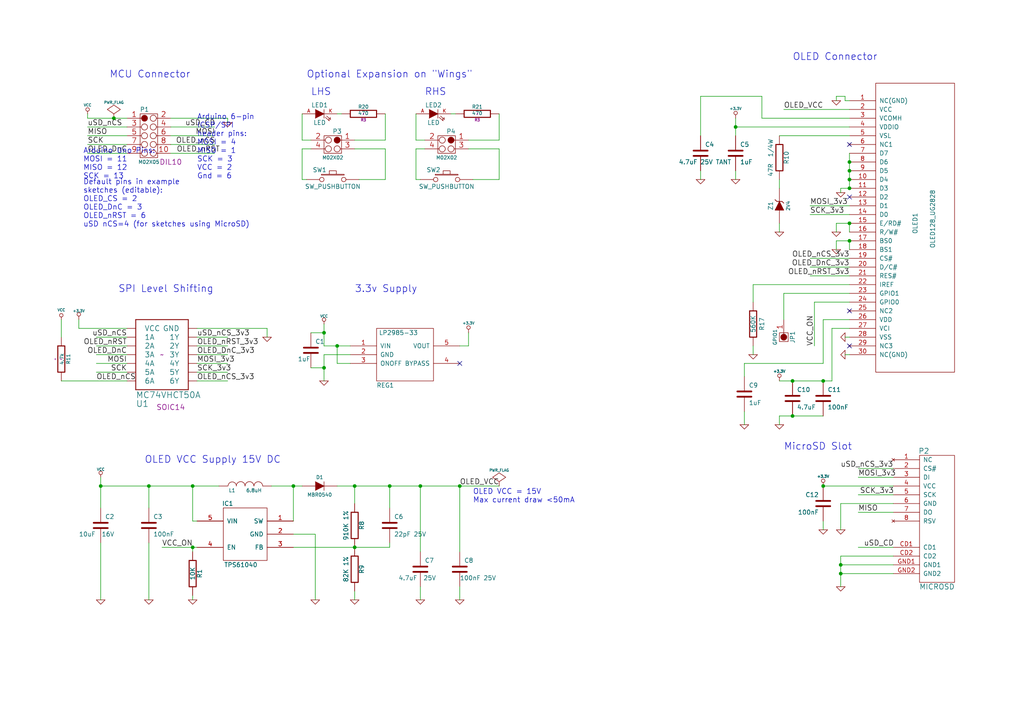
<source format=kicad_sch>
(kicad_sch (version 20230121) (generator eeschema)
  (paper "A4")
  (title_block (title "Freetronics OLED128              http://www.freetronics.com/oled128") (date "20 may 2013") (rev "1.2") (company "(C)2013 Freetronics Pty Ltd") (comment 1 "Released under TAPR Open Hardware License www.tapr.org/ohl") (comment 2 "SKU: OLED128"))
  (lib_symbols
    (symbol "OLED128-rescue:+3.3V" (power) (pin_names (offset 0))
      (property "Value" "+3.3V" (at 0 2.794 0))
      (symbol "+3.3V_0_0"
        (pin power_in line (at 0 0 90) (length 0) hide (name "+3.3V") (number "1"))
      )
      (symbol "+3.3V_0_1"
        (polyline (pts (xy 0 0) (xy 0 1.016) (xy 0 1.016)))
        (circle (center 0 1.524) (radius 0.508))
      )
    )
    (symbol "OLED128-rescue:C" (pin_numbers hide) (pin_names (offset 0.254))
      (property "Reference" "C" (at 0 2.54 0))
      (property "Value" "C" (at 0.1524 -2.159 0))
      (symbol "C_0_1"
        (polyline (pts (xy -2.032 -0.762) (xy 2.032 -0.762)) (stroke (width 0.508)))
        (polyline (pts (xy -2.032 0.762) (xy 2.032 0.762)) (stroke (width 0.508)))
      )
      (symbol "C_1_1"
        (pin passive line (at 0 5.08 270) (length 4.318) (name "~") (number "1"))
        (pin passive line (at 0 -5.08 90) (length 4.318) (name "~") (number "2"))
      )
    )
    (symbol "OLED128-rescue:DIODE" (pin_numbers hide) (pin_names (offset 1.016) hide)
      (property "Reference" "D" (at 0 2.54 0))
      (property "Value" "DIODE" (at 0 -2.54 0))
      (symbol "DIODE_0_1"
        (polyline (pts (xy 1.27 1.27) (xy 1.27 -1.27)) (stroke (width 0.1524)))
        (polyline (pts (xy -1.27 1.27) (xy 1.27 0) (xy -1.27 -1.27)) (fill (type outline)))
      )
      (symbol "DIODE_1_1"
        (pin passive line (at -5.08 0 0) (length 3.81) (name "A") (number "A"))
        (pin passive line (at 5.08 0 180) (length 3.81) (name "K") (number "K"))
      )
    )
    (symbol "OLED128-rescue:GND" (power) (pin_names (offset 0))
      (symbol "GND_0_1"
        (polyline (pts (xy -1.27 0) (xy 0 -1.27) (xy 1.27 0) (xy -1.27 0)))
      )
      (symbol "GND_1_1"
        (pin power_in line (at 0 0 90) (length 0) hide (name "GND") (number "1"))
      )
    )
    (symbol "OLED128-rescue:INDUCTOR" (pin_numbers hide) (pin_names (offset 1.016) hide)
      (property "Reference" "L" (at -2.54 2.54 0))
      (property "Value" "INDUCTOR" (at 0 -1.27 0))
      (symbol "INDUCTOR_0_1"
        (arc (start -2.5654 0.0254) (mid -3.7595 1.1941) (end -4.9784 0.0254))
        (arc (start -0.0254 0.0254) (mid -1.2956 1.2703) (end -2.5908 0.0254))
        (arc (start 2.5146 0.0254) (mid 1.2444 1.2703) (end -0.0508 0.0254))
        (arc (start 5.0546 0.0254) (mid 3.8097 1.2449) (end 2.54 0.0254))
      )
      (symbol "INDUCTOR_1_1"
        (pin passive line (at -7.62 0 0) (length 2.54) (name "1") (number "1"))
        (pin passive line (at 7.62 0 180) (length 2.54) (name "2") (number "2"))
      )
    )
    (symbol "OLED128-rescue:LED" (pin_names (offset 1.016) hide)
      (property "Reference" "LED" (at 0 2.54 0))
      (property "Value" "LED" (at 0 -2.54 0))
      (symbol "LED_0_1"
        (polyline (pts (xy 1.27 1.27) (xy 1.27 -1.27)))
        (polyline (pts (xy -1.27 1.27) (xy 1.27 0) (xy -1.27 -1.27)) (fill (type outline)))
        (polyline (pts (xy 1.651 -1.016) (xy 2.794 -2.032) (xy 2.667 -1.397)))
        (polyline (pts (xy 2.032 -0.635) (xy 3.175 -1.651) (xy 3.048 -1.016)))
      )
      (symbol "LED_1_1"
        (pin passive line (at -5.08 0 0) (length 3.81) (name "A") (number "A"))
        (pin passive line (at 5.08 0 180) (length 3.81) (name "K") (number "K"))
      )
    )
    (symbol "OLED128-rescue:LP2985-33" (pin_names (offset 1.016))
      (property "Reference" "REG" (at -8.89 -8.89 0))
      (property "Value" "LP2985-33" (at -5.08 6.35 0))
      (symbol "LP2985-33_1_0"
        (rectangle (start -11.43 -7.62) (end 5.08 7.62))
      )
      (symbol "LP2985-33_1_1"
        (pin power_in line (at -19.05 2.54 0) (length 7.62) (name "VIN") (number "1"))
        (pin power_in line (at -19.05 0 0) (length 7.62) (name "GND") (number "2"))
        (pin input line (at -19.05 -2.54 0) (length 7.62) (name "ONOFF") (number "3"))
        (pin power_out line (at 12.7 -2.54 180) (length 7.62) (name "BYPASS") (number "4"))
        (pin input line (at 12.7 2.54 180) (length 7.62) (name "VOUT") (number "5"))
      )
    )
    (symbol "OLED128-rescue:M01" (pin_names (offset 0.762) hide)
      (property "Reference" "JP" (at -2.54 2.54 0))
      (property "Value" "M01" (at -2.54 -2.54 0))
      (symbol "M01_0_1"
        (circle (center -2.54 0) (radius 0.889) (fill (type outline)))
        (polyline (pts (xy -3.81 1.27) (xy -1.27 1.27) (xy -1.27 -1.27) (xy -3.81 -1.27) (xy -3.81 1.27)))
        (pin passive line (at -7.62 0 0) (length 4.191) (name "1") (number "1"))
      )
    )
    (symbol "OLED128-rescue:M02X02" (pin_names (offset 0.762) hide)
      (property "Reference" "JP" (at -2.54 2.54 0))
      (property "Value" "M02X02" (at -1.27 -5.08 0))
      (symbol "M02X02_0_1"
        (circle (center -2.54 0) (radius 0.889) (fill (type outline)))
        (polyline (pts (xy -3.81 1.27) (xy 1.27 1.27) (xy 1.27 -3.81) (xy -3.81 -3.81) (xy -3.81 1.27)))
        (circle (center 0 0) (radius 0.889))
        (pin passive line (at -7.62 0 0) (length 4.191) (name "1") (number "1"))
        (pin passive line (at 5.08 0 180) (length 4.191) (name "2") (number "2"))
        (pin passive line (at -7.62 -2.54 0) (length 4.191) (name "3") (number "3"))
        (pin passive line (at 5.08 -2.54 180) (length 4.191) (name "4") (number "4"))
      )
      (symbol "M02X02_1_1"
        (circle (center -2.54 -2.54) (radius 0.889))
        (circle (center 0 -2.54) (radius 0.889))
      )
    )
    (symbol "OLED128-rescue:M02X05" (pin_names (offset 0.762) hide)
      (property "Reference" "JP" (at -2.54 2.54 0))
      (property "Value" "M02X05" (at -1.27 -12.7 0))
      (symbol "M02X05_0_1"
        (circle (center -2.54 -7.62) (radius 0.889))
        (circle (center -2.54 -5.08) (radius 0.889))
        (circle (center -2.54 0) (radius 0.889) (fill (type outline)))
        (circle (center 0 -7.62) (radius 0.889))
        (circle (center 0 -5.08) (radius 0.889))
        (polyline (pts (xy -3.81 1.27) (xy 1.27 1.27) (xy 1.27 -11.43) (xy -3.81 -11.43) (xy -3.81 1.27)))
        (circle (center 0 0) (radius 0.889))
        (pin passive line (at -7.62 0 0) (length 4.191) (name "1") (number "1"))
        (pin passive line (at 5.08 -10.16 180) (length 4.191) (name "10") (number "10"))
        (pin passive line (at 5.08 0 180) (length 4.191) (name "2") (number "2"))
        (pin passive line (at -7.62 -2.54 0) (length 4.191) (name "3") (number "3"))
        (pin passive line (at 5.08 -2.54 180) (length 4.191) (name "4") (number "4"))
        (pin passive line (at -7.62 -5.08 0) (length 4.191) (name "5") (number "5"))
        (pin passive line (at 5.08 -5.08 180) (length 4.191) (name "6") (number "6"))
        (pin passive line (at -7.62 -7.62 0) (length 4.191) (name "7") (number "7"))
        (pin passive line (at 5.08 -7.62 180) (length 4.191) (name "8") (number "8"))
        (pin passive line (at -7.62 -10.16 0) (length 4.191) (name "9") (number "9"))
      )
      (symbol "M02X05_1_1"
        (circle (center -2.54 -10.16) (radius 0.889))
        (circle (center -2.54 -2.54) (radius 0.889))
        (circle (center 0 -10.16) (radius 0.889))
        (circle (center 0 -2.54) (radius 0.889))
      )
    )
    (symbol "OLED128-rescue:MC74VHCT50A" (pin_numbers hide) (pin_names (offset 2.54))
      (property "Reference" "U" (at -7.62 -15.24 0))
      (property "Value" "MC74VHCT50A" (at -7.62 -12.7 0))
      (symbol "MC74VHCT50A_0_0"
        (polyline (pts (xy -7.62 -10.16) (xy -7.62 10.16)) (stroke (width 0.254)))
        (polyline (pts (xy -7.62 10.16) (xy 7.62 10.16)) (stroke (width 0.254)))
        (polyline (pts (xy 7.62 -10.16) (xy -7.62 -10.16)) (stroke (width 0.254)))
        (polyline (pts (xy 7.62 10.16) (xy 7.62 -10.16)) (stroke (width 0.254)))
        (pin input line (at -10.16 5.08 0) (length 2.54) (name "1A") (number "1"))
        (pin output line (at 10.16 -5.08 180) (length 2.54) (name "5Y") (number "10"))
        (pin input line (at -10.16 -5.08 0) (length 2.54) (name "5A") (number "11"))
        (pin output line (at 10.16 -7.62 180) (length 2.54) (name "6Y") (number "12"))
        (pin input line (at -10.16 -7.62 0) (length 2.54) (name "6A") (number "13"))
        (pin power_in line (at -10.16 7.62 0) (length 2.54) (name "VCC") (number "14"))
        (pin output line (at 10.16 5.08 180) (length 2.54) (name "1Y") (number "2"))
        (pin input line (at -10.16 2.54 0) (length 2.54) (name "2A") (number "3"))
        (pin output line (at 10.16 2.54 180) (length 2.54) (name "2Y") (number "4"))
        (pin input line (at -10.16 0 0) (length 2.54) (name "3A") (number "5"))
        (pin output line (at 10.16 0 180) (length 2.54) (name "3Y") (number "6"))
        (pin power_in line (at 10.16 7.62 180) (length 2.54) (name "GND") (number "7"))
        (pin output line (at 10.16 -2.54 180) (length 2.54) (name "4Y") (number "8"))
        (pin input line (at -10.16 -2.54 0) (length 2.54) (name "4A") (number "9"))
      )
    )
    (symbol "OLED128-rescue:MICROSD" (pin_names (offset 1.016))
      (property "Reference" "P" (at 2.54 22.86 0))
      (property "Value" "MICROSD" (at -1.27 -16.51 0))
      (symbol "MICROSD_0_1"
        (rectangle (start 3.81 -15.24) (end -6.35 21.59))
      )
      (symbol "MICROSD_1_1"
        (pin no_connect line (at 11.43 20.32 180) (length 7.62) (name "NC") (number "1"))
        (pin input line (at 11.43 17.78 180) (length 7.62) (name "CS#") (number "2"))
        (pin input line (at 11.43 15.24 180) (length 7.62) (name "DI") (number "3"))
        (pin power_in line (at 11.43 12.7 180) (length 7.62) (name "VCC") (number "4"))
        (pin input line (at 11.43 10.16 180) (length 7.62) (name "SCK") (number "5"))
        (pin power_in line (at 11.43 7.62 180) (length 7.62) (name "GND") (number "6"))
        (pin output line (at 11.43 5.08 180) (length 7.62) (name "DO") (number "7"))
        (pin no_connect line (at 11.43 2.54 180) (length 7.62) (name "RSV") (number "8"))
        (pin input line (at 11.43 -5.08 180) (length 7.62) (name "CD1") (number "CD1"))
        (pin input line (at 11.43 -7.62 180) (length 7.62) (name "CD2") (number "CD2"))
        (pin power_in line (at 11.43 -10.16 180) (length 7.62) (name "GND1") (number "GND1"))
        (pin power_in line (at 11.43 -12.7 180) (length 7.62) (name "GND2") (number "GND2"))
      )
    )
    (symbol "OLED128-rescue:OLED128_UG2828" (pin_names (offset 1.016))
      (property "Reference" "U" (at 0 -2.54 0))
      (property "Value" "OLED128_UG2828" (at 0 2.54 0))
      (symbol "OLED128_UG2828_1_0"
        (rectangle (start -11.43 -41.91) (end 11.43 41.91))
      )
      (symbol "OLED128_UG2828_1_1"
        (pin power_in line (at -19.05 36.83 0) (length 7.62) (name "NC(GND)") (number "1"))
        (pin input line (at -19.05 13.97 0) (length 7.62) (name "D4") (number "10"))
        (pin input line (at -19.05 11.43 0) (length 7.62) (name "D3") (number "11"))
        (pin input line (at -19.05 8.89 0) (length 7.62) (name "D2") (number "12"))
        (pin input line (at -19.05 6.35 0) (length 7.62) (name "D1") (number "13"))
        (pin input line (at -19.05 3.81 0) (length 7.62) (name "D0") (number "14"))
        (pin input line (at -19.05 1.27 0) (length 7.62) (name "E/RD#") (number "15"))
        (pin input line (at -19.05 -1.27 0) (length 7.62) (name "R/W#") (number "16"))
        (pin input line (at -19.05 -3.81 0) (length 7.62) (name "BS0") (number "17"))
        (pin input line (at -19.05 -6.35 0) (length 7.62) (name "BS1") (number "18"))
        (pin input line (at -19.05 -8.89 0) (length 7.62) (name "CS#") (number "19"))
        (pin power_in line (at -19.05 34.29 0) (length 7.62) (name "VCC") (number "2"))
        (pin input line (at -19.05 -11.43 0) (length 7.62) (name "D/C#") (number "20"))
        (pin input line (at -19.05 -13.97 0) (length 7.62) (name "RES#") (number "21"))
        (pin input line (at -19.05 -16.51 0) (length 7.62) (name "IREF") (number "22"))
        (pin bidirectional line (at -19.05 -19.05 0) (length 7.62) (name "GPIO1") (number "23"))
        (pin bidirectional line (at -19.05 -21.59 0) (length 7.62) (name "GPIO0") (number "24"))
        (pin no_connect line (at -19.05 -24.13 0) (length 7.62) (name "NC2") (number "25"))
        (pin power_out line (at -19.05 -26.67 0) (length 7.62) (name "VDD") (number "26"))
        (pin power_in line (at -19.05 -29.21 0) (length 7.62) (name "VCI") (number "27"))
        (pin power_out line (at -19.05 -31.75 0) (length 7.62) (name "VSS") (number "28"))
        (pin no_connect line (at -19.05 -34.29 0) (length 7.62) (name "NC3") (number "29"))
        (pin power_out line (at -19.05 31.75 0) (length 7.62) (name "VCOMH") (number "3"))
        (pin power_in line (at -19.05 -36.83 0) (length 7.62) (name "NC(GND)") (number "30"))
        (pin power_out line (at -19.05 29.21 0) (length 7.62) (name "VDDIO") (number "4"))
        (pin power_out line (at -19.05 26.67 0) (length 7.62) (name "VSL") (number "5"))
        (pin no_connect line (at -19.05 24.13 0) (length 7.62) (name "NC1") (number "6"))
        (pin input line (at -19.05 21.59 0) (length 7.62) (name "D7") (number "7"))
        (pin input line (at -19.05 19.05 0) (length 7.62) (name "D6") (number "8"))
        (pin input line (at -19.05 16.51 0) (length 7.62) (name "D5") (number "9"))
      )
    )
    (symbol "OLED128-rescue:PWR_FLAG" (power) (pin_numbers hide) (pin_names (offset 0) hide)
      (property "Value" "PWR_FLAG" (at 0 4.572 0))
      (symbol "PWR_FLAG_0_0"
        (pin power_out line (at 0 0 90) (length 0) (name "pwr") (number "1"))
      )
      (symbol "PWR_FLAG_0_1"
        (polyline (pts (xy 0 0) (xy 0 1.27) (xy -1.905 2.54) (xy 0 3.81) (xy 1.905 2.54) (xy 0 1.27)))
      )
    )
    (symbol "OLED128-rescue:R" (pin_numbers hide) (pin_names (offset 0))
      (property "Reference" "R" (at 2.032 0 90))
      (property "Value" "R" (at 0.1778 0.0254 90))
      (symbol "R_0_1"
        (rectangle (start -1.016 3.81) (end 1.016 -3.81) (stroke (width 0.3048)))
      )
      (symbol "R_1_1"
        (pin passive line (at 0 6.35 270) (length 2.54) (name "~") (number "1"))
        (pin passive line (at 0 -6.35 90) (length 2.54) (name "~") (number "2"))
      )
    )
    (symbol "OLED128-rescue:SW_PUSHBUTTON" (pin_numbers hide) (pin_names (offset 1.016) hide)
      (property "Reference" "SW" (at -3.81 2.794 0))
      (property "Value" "SW_PUSHBUTTON" (at 0 -2.032 0))
      (symbol "SW_PUSHBUTTON_0_1"
        (rectangle (start -3.302 1.27) (end 3.302 1.524))
        (polyline (pts (xy -1.016 1.524) (xy -1.016 2.54) (xy 1.016 2.54) (xy 1.016 1.524)))
        (pin passive inverted (at -7.62 0 0) (length 5.08) (name "1") (number "1"))
        (pin passive inverted (at 7.62 0 180) (length 5.08) (name "2") (number "2"))
      )
    )
    (symbol "OLED128-rescue:TPS61040" (pin_names (offset 1.016))
      (property "Reference" "IC" (at -10.16 8.89 0))
      (property "Value" "TPS61040" (at -6.35 -8.89 0))
      (symbol "TPS61040_1_0"
        (rectangle (start -11.43 -7.62) (end 1.27 7.62))
      )
      (symbol "TPS61040_1_1"
        (pin power_out line (at 8.89 3.81 180) (length 7.62) (name "SW") (number "1"))
        (pin power_in line (at 8.89 0 180) (length 7.62) (name "GND") (number "2"))
        (pin input line (at 8.89 -3.81 180) (length 7.62) (name "FB") (number "3"))
        (pin input line (at -19.05 -3.81 0) (length 7.62) (name "EN") (number "4"))
        (pin power_in line (at -19.05 3.81 0) (length 7.62) (name "VIN") (number "5"))
      )
    )
    (symbol "OLED128-rescue:VCC" (power) (pin_names (offset 0))
      (property "Value" "VCC" (at 0 2.54 0))
      (symbol "VCC_0_0"
        (pin power_in line (at 0 0 90) (length 0) hide (name "VCC") (number "1"))
      )
      (symbol "VCC_0_1"
        (polyline (pts (xy 0 0) (xy 0 0.762) (xy 0 0.762)))
        (circle (center 0 1.27) (radius 0.508))
      )
    )
    (symbol "OLED128-rescue:ZENER" (pin_numbers hide) (pin_names (offset 1.016) hide)
      (property "Reference" "Z" (at 0 2.54 0))
      (property "Value" "ZENER" (at 0 -2.54 0))
      (symbol "ZENER_0_1"
        (polyline (pts (xy 1.27 0) (xy -1.27 1.27) (xy -1.27 -1.27) (xy 1.27 0) (xy 1.27 0)) (fill (type outline)))
        (polyline (pts (xy 1.778 1.27) (xy 1.27 0.762) (xy 1.27 -0.762) (xy 0.762 -1.27) (xy 0.762 -1.27)) (stroke (width 0.2032)))
      )
      (symbol "ZENER_1_1"
        (pin passive line (at -5.08 0 0) (length 3.81) (name "A") (number "A"))
        (pin passive line (at 5.08 0 180) (length 3.81) (name "K") (number "K"))
      )
    )
  )
  (junction (at 93.98 96.52))
  (junction (at 213.36 36.83))
  (junction (at 243.84 166.37))
  (junction (at 246.38 69.85))
  (junction (at 246.38 49.53))
  (junction (at 243.84 163.83))
  (junction (at 229.87 110.49))
  (junction (at 133.35 140.97))
  (junction (at 93.98 106.68))
  (junction (at 113.03 140.97))
  (junction (at 246.38 64.77))
  (junction (at 55.88 158.75))
  (junction (at 43.18 140.97))
  (junction (at 121.92 140.97))
  (junction (at 246.38 52.07))
  (junction (at 246.38 46.99))
  (junction (at 55.88 140.97))
  (junction (at 85.09 140.97))
  (junction (at 97.79 100.33))
  (junction (at 102.87 140.97))
  (junction (at 238.76 110.49))
  (junction (at 102.87 158.75))
  (junction (at 29.21 140.97))
  (junction (at 238.76 140.97))
  (junction (at 246.38 54.61))
  (junction (at 33.02 34.29))
  (junction (at 229.87 120.65))
  (no_connect (at 246.38 100.33))
  (no_connect (at 133.35 105.41))
  (no_connect (at 246.38 57.15))
  (no_connect (at 246.38 41.91))
  (no_connect (at 246.38 90.17))
  (wire (pts (xy 57.15 107.95) (xy 66.04 107.95)))
  (wire (pts (xy 243.84 161.29) (xy 259.08 161.29)))
  (wire (pts (xy 36.83 105.41) (xy 27.94 105.41)))
  (wire (pts (xy 241.3 110.49) (xy 241.3 95.25)))
  (wire (pts (xy 248.92 138.43) (xy 259.08 138.43)))
  (wire (pts (xy 36.83 107.95) (xy 27.94 107.95)))
  (wire (pts (xy 242.57 27.94) (xy 242.57 29.21)))
  (wire (pts (xy 123.19 40.64) (xy 120.65 40.64)))
  (wire (pts (xy 102.87 40.64) (xy 111.76 40.64)))
  (wire (pts (xy 29.21 138.43) (xy 29.21 140.97)))
  (wire (pts (xy 245.11 29.21) (xy 245.11 27.94)))
  (wire (pts (xy 97.79 100.33) (xy 101.6 100.33)))
  (wire (pts (xy 43.18 157.48) (xy 43.18 173.99)))
  (wire (pts (xy 246.38 52.07) (xy 246.38 49.53)))
  (wire (pts (xy 135.89 100.33) (xy 133.35 100.33)))
  (wire (pts (xy 101.6 105.41) (xy 97.79 105.41)))
  (wire (pts (xy 102.87 171.45) (xy 102.87 173.99)))
  (wire (pts (xy 111.76 43.18) (xy 111.76 52.07)))
  (wire (pts (xy 91.44 173.99) (xy 91.44 154.94)))
  (wire (pts (xy 43.18 147.32) (xy 43.18 140.97)))
  (wire (pts (xy 57.15 95.25) (xy 77.47 95.25)))
  (wire (pts (xy 22.86 92.71) (xy 22.86 95.25)))
  (wire (pts (xy 22.86 95.25) (xy 36.83 95.25)))
  (wire (pts (xy 90.17 106.68) (xy 93.98 106.68)))
  (wire (pts (xy 93.98 106.68) (xy 93.98 110.49)))
  (wire (pts (xy 55.88 151.13) (xy 55.88 140.97)))
  (wire (pts (xy 120.65 40.64) (xy 120.65 33.02)))
  (wire (pts (xy 36.83 97.79) (xy 27.94 97.79)))
  (wire (pts (xy 238.76 151.13) (xy 238.76 153.67)))
  (wire (pts (xy 85.09 158.75) (xy 102.87 158.75)))
  (wire (pts (xy 113.03 140.97) (xy 113.03 147.32)))
  (wire (pts (xy 87.63 40.64) (xy 90.17 40.64)))
  (wire (pts (xy 29.21 173.99) (xy 29.21 157.48)))
  (wire (pts (xy 227.33 85.09) (xy 227.33 92.71)))
  (wire (pts (xy 121.92 52.07) (xy 120.65 52.07)))
  (wire (pts (xy 259.08 135.89) (xy 248.92 135.89)))
  (wire (pts (xy 36.83 36.83) (xy 25.4 36.83)))
  (wire (pts (xy 220.98 27.94) (xy 203.2 27.94)))
  (wire (pts (xy 229.87 120.65) (xy 238.76 120.65)))
  (wire (pts (xy 220.98 34.29) (xy 220.98 27.94)))
  (wire (pts (xy 36.83 41.91) (xy 25.4 41.91)))
  (wire (pts (xy 246.38 46.99) (xy 246.38 44.45)))
  (wire (pts (xy 29.21 140.97) (xy 29.21 147.32)))
  (wire (pts (xy 133.35 140.97) (xy 144.78 140.97)))
  (wire (pts (xy 243.84 146.05) (xy 243.84 153.67)))
  (wire (pts (xy 17.78 92.71) (xy 17.78 97.79)))
  (wire (pts (xy 57.15 100.33) (xy 66.04 100.33)))
  (wire (pts (xy 243.84 54.61) (xy 246.38 54.61)))
  (wire (pts (xy 78.74 140.97) (xy 85.09 140.97)))
  (wire (pts (xy 102.87 43.18) (xy 111.76 43.18)))
  (wire (pts (xy 55.88 140.97) (xy 63.5 140.97)))
  (wire (pts (xy 57.15 97.79) (xy 66.04 97.79)))
  (wire (pts (xy 62.23 41.91) (xy 49.53 41.91)))
  (wire (pts (xy 229.87 110.49) (xy 238.76 110.49)))
  (wire (pts (xy 243.84 161.29) (xy 243.84 163.83)))
  (wire (pts (xy 215.9 119.38) (xy 215.9 123.19)))
  (wire (pts (xy 218.44 82.55) (xy 246.38 82.55)))
  (wire (pts (xy 111.76 40.64) (xy 111.76 33.02)))
  (wire (pts (xy 215.9 109.22) (xy 215.9 105.41)))
  (wire (pts (xy 234.95 59.69) (xy 246.38 59.69)))
  (wire (pts (xy 55.88 158.75) (xy 57.15 158.75)))
  (wire (pts (xy 93.98 93.98) (xy 93.98 96.52)))
  (wire (pts (xy 246.38 29.21) (xy 245.11 29.21)))
  (wire (pts (xy 238.76 92.71) (xy 238.76 105.41)))
  (wire (pts (xy 17.78 110.49) (xy 36.83 110.49)))
  (wire (pts (xy 243.84 55.88) (xy 243.84 54.61)))
  (wire (pts (xy 93.98 96.52) (xy 93.98 100.33)))
  (wire (pts (xy 246.38 54.61) (xy 246.38 52.07)))
  (wire (pts (xy 226.06 110.49) (xy 229.87 110.49)))
  (wire (pts (xy 246.38 64.77) (xy 246.38 67.31)))
  (wire (pts (xy 242.57 64.77) (xy 246.38 64.77)))
  (wire (pts (xy 43.18 140.97) (xy 55.88 140.97)))
  (wire (pts (xy 144.78 52.07) (xy 144.78 43.18)))
  (wire (pts (xy 238.76 110.49) (xy 241.3 110.49)))
  (wire (pts (xy 226.06 64.77) (xy 226.06 67.31)))
  (wire (pts (xy 121.92 140.97) (xy 133.35 140.97)))
  (wire (pts (xy 90.17 96.52) (xy 93.98 96.52)))
  (wire (pts (xy 246.38 69.85) (xy 242.57 69.85)))
  (wire (pts (xy 121.92 170.18) (xy 121.92 173.99)))
  (wire (pts (xy 213.36 36.83) (xy 213.36 39.37)))
  (wire (pts (xy 246.38 80.01) (xy 234.95 80.01)))
  (wire (pts (xy 218.44 100.33) (xy 218.44 102.87)))
  (wire (pts (xy 25.4 33.02) (xy 25.4 34.29)))
  (wire (pts (xy 144.78 40.64) (xy 135.89 40.64)))
  (wire (pts (xy 57.15 110.49) (xy 66.04 110.49)))
  (wire (pts (xy 85.09 140.97) (xy 87.63 140.97)))
  (wire (pts (xy 36.83 100.33) (xy 27.94 100.33)))
  (wire (pts (xy 102.87 146.05) (xy 102.87 140.97)))
  (wire (pts (xy 87.63 33.02) (xy 87.63 40.64)))
  (wire (pts (xy 120.65 43.18) (xy 123.19 43.18)))
  (wire (pts (xy 246.38 69.85) (xy 246.38 72.39)))
  (wire (pts (xy 135.89 96.52) (xy 135.89 100.33)))
  (wire (pts (xy 243.84 163.83) (xy 259.08 163.83)))
  (wire (pts (xy 243.84 166.37) (xy 259.08 166.37)))
  (wire (pts (xy 77.47 95.25) (xy 77.47 97.79)))
  (wire (pts (xy 242.57 67.31) (xy 242.57 64.77)))
  (wire (pts (xy 87.63 43.18) (xy 90.17 43.18)))
  (wire (pts (xy 121.92 140.97) (xy 121.92 160.02)))
  (wire (pts (xy 87.63 52.07) (xy 87.63 43.18)))
  (wire (pts (xy 137.16 52.07) (xy 144.78 52.07)))
  (wire (pts (xy 243.84 166.37) (xy 243.84 170.18)))
  (wire (pts (xy 111.76 52.07) (xy 104.14 52.07)))
  (wire (pts (xy 113.03 140.97) (xy 121.92 140.97)))
  (wire (pts (xy 246.38 49.53) (xy 246.38 46.99)))
  (wire (pts (xy 55.88 160.02) (xy 55.88 158.75)))
  (wire (pts (xy 246.38 34.29) (xy 220.98 34.29)))
  (wire (pts (xy 93.98 102.87) (xy 93.98 106.68)))
  (wire (pts (xy 226.06 120.65) (xy 226.06 123.19)))
  (wire (pts (xy 120.65 52.07) (xy 120.65 43.18)))
  (wire (pts (xy 66.04 34.29) (xy 66.04 35.56)))
  (wire (pts (xy 113.03 158.75) (xy 113.03 157.48)))
  (wire (pts (xy 203.2 39.37) (xy 203.2 27.94)))
  (wire (pts (xy 33.02 34.29) (xy 36.83 34.29)))
  (wire (pts (xy 36.83 44.45) (xy 25.4 44.45)))
  (wire (pts (xy 55.88 172.72) (xy 55.88 173.99)))
  (wire (pts (xy 236.22 87.63) (xy 246.38 87.63)))
  (wire (pts (xy 62.23 44.45) (xy 49.53 44.45)))
  (wire (pts (xy 133.35 140.97) (xy 133.35 160.02)))
  (wire (pts (xy 57.15 151.13) (xy 55.88 151.13)))
  (wire (pts (xy 246.38 77.47) (xy 234.95 77.47)))
  (wire (pts (xy 226.06 120.65) (xy 229.87 120.65)))
  (wire (pts (xy 97.79 33.02) (xy 99.06 33.02)))
  (wire (pts (xy 234.95 62.23) (xy 246.38 62.23)))
  (wire (pts (xy 226.06 39.37) (xy 246.38 39.37)))
  (wire (pts (xy 236.22 100.33) (xy 236.22 87.63)))
  (wire (pts (xy 57.15 102.87) (xy 66.04 102.87)))
  (wire (pts (xy 46.99 158.75) (xy 55.88 158.75)))
  (wire (pts (xy 259.08 140.97) (xy 238.76 140.97)))
  (wire (pts (xy 259.08 146.05) (xy 243.84 146.05)))
  (wire (pts (xy 246.38 36.83) (xy 213.36 36.83)))
  (wire (pts (xy 245.11 102.87) (xy 246.38 102.87)))
  (wire (pts (xy 57.15 105.41) (xy 66.04 105.41)))
  (wire (pts (xy 93.98 102.87) (xy 101.6 102.87)))
  (wire (pts (xy 102.87 158.75) (xy 113.03 158.75)))
  (wire (pts (xy 62.23 36.83) (xy 49.53 36.83)))
  (wire (pts (xy 213.36 34.29) (xy 213.36 36.83)))
  (wire (pts (xy 248.92 158.75) (xy 259.08 158.75)))
  (wire (pts (xy 259.08 148.59) (xy 248.92 148.59)))
  (wire (pts (xy 25.4 34.29) (xy 33.02 34.29)))
  (wire (pts (xy 259.08 143.51) (xy 248.92 143.51)))
  (wire (pts (xy 242.57 69.85) (xy 242.57 72.39)))
  (wire (pts (xy 203.2 49.53) (xy 203.2 52.07)))
  (wire (pts (xy 88.9 52.07) (xy 87.63 52.07)))
  (wire (pts (xy 130.81 33.02) (xy 132.08 33.02)))
  (wire (pts (xy 97.79 140.97) (xy 102.87 140.97)))
  (wire (pts (xy 246.38 92.71) (xy 238.76 92.71)))
  (wire (pts (xy 36.83 102.87) (xy 27.94 102.87)))
  (wire (pts (xy 144.78 43.18) (xy 135.89 43.18)))
  (wire (pts (xy 213.36 49.53) (xy 213.36 52.07)))
  (wire (pts (xy 227.33 31.75) (xy 246.38 31.75)))
  (wire (pts (xy 245.11 27.94) (xy 242.57 27.94)))
  (wire (pts (xy 241.3 95.25) (xy 246.38 95.25)))
  (wire (pts (xy 218.44 87.63) (xy 218.44 82.55)))
  (wire (pts (xy 243.84 163.83) (xy 243.84 166.37)))
  (wire (pts (xy 29.21 140.97) (xy 43.18 140.97)))
  (wire (pts (xy 36.83 39.37) (xy 25.4 39.37)))
  (wire (pts (xy 246.38 74.93) (xy 234.95 74.93)))
  (wire (pts (xy 91.44 154.94) (xy 85.09 154.94)))
  (wire (pts (xy 133.35 170.18) (xy 133.35 173.99)))
  (wire (pts (xy 226.06 52.07) (xy 226.06 54.61)))
  (wire (pts (xy 93.98 100.33) (xy 97.79 100.33)))
  (wire (pts (xy 246.38 97.79) (xy 245.11 97.79)))
  (wire (pts (xy 85.09 151.13) (xy 85.09 140.97)))
  (wire (pts (xy 246.38 85.09) (xy 227.33 85.09)))
  (wire (pts (xy 49.53 34.29) (xy 66.04 34.29)))
  (wire (pts (xy 144.78 33.02) (xy 144.78 40.64)))
  (wire (pts (xy 102.87 140.97) (xy 113.03 140.97)))
  (wire (pts (xy 62.23 39.37) (xy 49.53 39.37)))
  (wire (pts (xy 238.76 105.41) (xy 215.9 105.41)))
  (wire (pts (xy 97.79 105.41) (xy 97.79 100.33)))
  (text "Arduino Uno Pins:\nMOSI = 11\nMISO = 12\nSCK = 13" (at 24.13 52.07 0) (effects (font (size 1.524 1.524)) (justify left bottom)))
  (text "MicroSD Slot" (at 227.33 130.81 0) (effects (font (size 2.032 2.032)) (justify left bottom)))
  (text "Optional Expansion on \"Wings\"" (at 88.9 22.86 0) (effects (font (size 2.032 2.032)) (justify left bottom)))
  (text "Arduino 6-pin\nICSP/SPI\nheader pins:\nMOSI = 4\nMISO = 1\nSCK = 3\nVCC = 2\nGnd = 6" (at 57.15 52.07 0) (effects (font (size 1.524 1.524)) (justify left bottom)))
  (text "OLED VCC = 15V\nMax current draw <50mA" (at 137.16 146.05 0) (effects (font (size 1.524 1.524)) (justify left bottom)))
  (text "MCU Connector" (at 31.75 22.86 0) (effects (font (size 2.032 2.032)) (justify left bottom)))
  (text "OLED Connector" (at 229.87 17.78 0) (effects (font (size 2.032 2.032)) (justify left bottom)))
  (text "Default pins in example\nsketches (editable):\nOLED_CS = 2\nOLED_DnC = 3\nOLED_nRST = 6\nuSD nCS=4 (for sketches using MicroSD)" (at 24.13 66.04 0) (effects (font (size 1.524 1.524)) (justify left bottom)))
  (text "OLED VCC Supply 15V DC" (at 41.91 134.62 0) (effects (font (size 2.032 2.032)) (justify left bottom)))
  (text "RHS" (at 123.19 27.94 0) (effects (font (size 2.032 2.032)) (justify left bottom)))
  (text "3.3v Supply" (at 102.87 85.09 0) (effects (font (size 2.032 2.032)) (justify left bottom)))
  (text "LHS" (at 90.17 27.94 0) (effects (font (size 2.032 2.032)) (justify left bottom)))
  (text "SPI Level Shifting" (at 34.29 85.09 0) (effects (font (size 2.032 2.032)) (justify left bottom)))
  (label "SCK_3v3" (at 234.95 62.23 0) (effects (font (size 1.524 1.524))))
  (label "SCK_3v3" (at 57.15 107.95 0) (effects (font (size 1.524 1.524))))
  (label "MISO" (at 25.4 39.37 0) (effects (font (size 1.524 1.524))))
  (label "SCK" (at 25.4 41.91 0) (effects (font (size 1.524 1.524))))
  (label "MOSI_3v3" (at 57.15 105.41 0) (effects (font (size 1.524 1.524))))
  (label "OLED_nCS" (at 51.0032 41.91 0) (effects (font (size 1.524 1.524))))
  (label "OLED_nCS_3v3" (at 246.38 74.93 180) (effects (font (size 1.524 1.524))))
  (label "OLED_DnC" (at 25.4 44.45 0) (effects (font (size 1.524 1.524))))
  (label "VCC_ON" (at 46.99 158.75 0) (effects (font (size 1.524 1.524))))
  (label "OLED_nRST_3v3" (at 246.38 80.01 180) (effects (font (size 1.524 1.524))))
  (label "VCC_ON" (at 236.22 100.33 90) (effects (font (size 1.524 1.524))))
  (label "OLED_VCC" (at 227.33 31.75 0) (effects (font (size 1.524 1.524))))
  (label "OLED_VCC" (at 133.35 140.97 0) (effects (font (size 1.524 1.524))))
  (label "OLED_nRST" (at 51.2064 44.45 0) (effects (font (size 1.524 1.524))))
  (label "uSD_nCS_3v3" (at 57.15 97.79 0) (effects (font (size 1.524 1.524))))
  (label "SCK" (at 36.83 107.95 180) (effects (font (size 1.524 1.524))))
  (label "SCK_3v3" (at 249.3772 143.51 0) (effects (font (size 1.524 1.524))))
  (label "OLED_nCS" (at 27.94 110.49 0) (effects (font (size 1.524 1.524))))
  (label "OLED_DnC" (at 36.83 102.87 180) (effects (font (size 1.524 1.524))))
  (label "MOSI_3v3" (at 248.92 138.43 0) (effects (font (size 1.524 1.524))))
  (label "uSD_nCS" (at 36.83 97.79 180) (effects (font (size 1.524 1.524))))
  (label "OLED_nRST" (at 36.83 100.33 180) (effects (font (size 1.524 1.524))))
  (label "OLED_nCS_3v3" (at 57.15 110.49 0) (effects (font (size 1.524 1.524))))
  (label "OLED_DnC_3v3" (at 57.15 102.87 0) (effects (font (size 1.524 1.524))))
  (label "MOSI" (at 56.6928 39.37 0) (effects (font (size 1.524 1.524))))
  (label "uSD_CD" (at 53.6956 36.83 0) (effects (font (size 1.524 1.524))))
  (label "uSD_CD" (at 250.5456 158.75 0) (effects (font (size 1.524 1.524))))
  (label "OLED_DnC_3v3" (at 246.38 77.47 180) (effects (font (size 1.524 1.524))))
  (label "MISO" (at 248.92 148.59 0) (effects (font (size 1.524 1.524))))
  (label "uSD_nCS_3v3" (at 259.08 135.89 180) (effects (font (size 1.524 1.524))))
  (label "MOSI" (at 36.83 105.41 180) (effects (font (size 1.524 1.524))))
  (label "OLED_nRST_3v3" (at 57.15 100.33 0) (effects (font (size 1.524 1.524))))
  (label "MOSI_3v3" (at 234.95 59.69 0) (effects (font (size 1.524 1.524))))
  (label "uSD_nCS" (at 25.4 36.83 0) (effects (font (size 1.524 1.524))))
  (symbol (lib_id "OLED128-rescue:OLED128_UG2828") (at 265.43 66.04 0) (unit 1)
    (property "Reference" "OLED1" (at 265.43 64.77 90))
    (property "Value" "OLED128_UG2828" (at 270.51 63.5 90))
    (property "Footprint" "OLED-128X128-FPC-TOP" (effects hide))
    (property "Datasheet" "DOCUMENTATION" (effects hide))
    (property "Controller" "SSD1351" (effects hide))
  )
  (symbol (lib_id "OLED128-rescue:GND") (at 242.57 29.21 0) (unit 1)
    (property "Reference" "#PWR032" (effects hide))
    (property "Value" "GND" (effects hide))
  )
  (symbol (lib_id "OLED128-rescue:C") (at 203.2 44.45 0) (unit 1)
    (property "Reference" "C4" (at 204.47 41.91 0) (effects (justify left)))
    (property "Value" "4.7uF 25V TANT" (at 196.85 46.99 0) (effects (justify left)))
    (property "Footprint" "1206" (effects hide))
  )
  (symbol (lib_id "OLED128-rescue:GND") (at 203.2 52.07 0) (unit 1)
    (property "Reference" "#PWR031" (effects hide))
    (property "Value" "GND" (effects hide))
  )
  (symbol (lib_id "OLED128-rescue:+3.3V") (at 213.36 34.29 0) (unit 1)
    (property "Reference" "#PWR030" (effects hide))
    (property "Value" "+3.3V" (at 213.36 31.496 0) (effects (font (size 0.762 0.762))))
  )
  (symbol (lib_id "OLED128-rescue:C") (at 213.36 44.45 0) (unit 1)
    (property "Reference" "C5" (at 214.63 41.91 0) (effects (justify left)))
    (property "Value" "1uF" (at 214.63 46.99 0) (effects (justify left)))
    (property "Footprint" "0603" (effects hide))
  )
  (symbol (lib_id "OLED128-rescue:GND") (at 213.36 52.07 0) (unit 1)
    (property "Reference" "#PWR029" (effects hide))
    (property "Value" "GND" (effects hide))
  )
  (symbol (lib_id "OLED128-rescue:R") (at 226.06 45.72 0) (unit 1)
    (property "Reference" "R10" (at 228.092 45.72 90))
    (property "Value" "47R  1/4W" (at 223.52 45.72 90))
    (property "Footprint" "1206" (effects hide))
  )
  (symbol (lib_id "OLED128-rescue:ZENER") (at 226.06 59.69 90) (unit 1)
    (property "Reference" "Z1" (at 223.52 59.69 0))
    (property "Value" "2V4" (at 228.6 59.69 0) (effects (font (size 1.016 1.016))))
    (property "Footprint" "SOD-123" (effects hide))
  )
  (symbol (lib_id "OLED128-rescue:GND") (at 226.06 67.31 0) (unit 1)
    (property "Reference" "#PWR028" (effects hide))
    (property "Value" "GND" (effects hide))
  )
  (symbol (lib_id "OLED128-rescue:GND") (at 242.57 67.31 0) (unit 1)
    (property "Reference" "#PWR027" (effects hide))
    (property "Value" "GND" (effects hide))
  )
  (symbol (lib_id "OLED128-rescue:GND") (at 242.57 72.39 0) (unit 1)
    (property "Reference" "#PWR026" (effects hide))
    (property "Value" "GND" (effects hide))
  )
  (symbol (lib_id "OLED128-rescue:R") (at 218.44 93.98 180) (unit 1)
    (property "Reference" "R17" (at 220.98 93.98 90))
    (property "Value" "560K" (at 218.44 93.98 90))
    (property "Footprint" "0603" (effects hide))
  )
  (symbol (lib_id "OLED128-rescue:GND") (at 218.44 102.87 0) (unit 1)
    (property "Reference" "#PWR025" (effects hide))
    (property "Value" "GND" (effects hide))
  )
  (symbol (lib_id "OLED128-rescue:C") (at 215.9 114.3 0) (unit 1)
    (property "Reference" "C9" (at 217.17 111.76 0) (effects (justify left)))
    (property "Value" "1uF" (at 217.17 116.84 0) (effects (justify left)))
    (property "Footprint" "0603" (effects hide))
  )
  (symbol (lib_id "OLED128-rescue:GND") (at 215.9 123.19 0) (unit 1)
    (property "Reference" "#PWR024" (effects hide))
    (property "Value" "GND" (effects hide))
  )
  (symbol (lib_id "OLED128-rescue:C") (at 229.87 115.57 0) (unit 1)
    (property "Reference" "C10" (at 231.14 113.03 0) (effects (justify left)))
    (property "Value" "4.7uF" (at 231.14 118.11 0) (effects (justify left)))
    (property "Footprint" "0603" (effects hide))
  )
  (symbol (lib_id "OLED128-rescue:C") (at 238.76 115.57 0) (unit 1)
    (property "Reference" "C11" (at 240.03 113.03 0) (effects (justify left)))
    (property "Value" "100nF" (at 240.03 118.11 0) (effects (justify left)))
    (property "Footprint" "0603" (effects hide))
  )
  (symbol (lib_id "OLED128-rescue:GND") (at 226.06 123.19 0) (unit 1)
    (property "Reference" "#PWR023" (effects hide))
    (property "Value" "GND" (effects hide))
  )
  (symbol (lib_id "OLED128-rescue:+3.3V") (at 226.06 110.49 0) (unit 1)
    (property "Reference" "#PWR022" (effects hide))
    (property "Value" "+3.3V" (at 226.06 107.696 0) (effects (font (size 0.762 0.762))))
  )
  (symbol (lib_id "OLED128-rescue:GND") (at 245.11 102.87 270) (unit 1)
    (property "Reference" "#PWR021" (effects hide))
    (property "Value" "GND" (effects hide))
  )
  (symbol (lib_id "OLED128-rescue:INDUCTOR") (at 71.12 140.97 0) (unit 1)
    (property "Reference" "L1" (at 67.31 142.24 0) (effects (font (size 1.016 1.016))))
    (property "Value" "6.8uH" (at 73.66 142.24 0) (effects (font (size 1.016 1.016))))
    (property "Footprint" "1210" (effects hide))
    (property "Datasheet" "6.8uH 1210 NLCV32T-6R8M-PF" (effects hide))
  )
  (symbol (lib_id "OLED128-rescue:TPS61040") (at 76.2 154.94 0) (unit 1)
    (property "Reference" "IC1" (at 66.04 146.05 0))
    (property "Value" "TPS61040" (at 69.85 163.83 0))
    (property "Footprint" "SOT23-5" (effects hide))
    (property "Datasheet" "DOCUMENTATION" (effects hide))
  )
  (symbol (lib_id "OLED128-rescue:C") (at 29.21 152.4 0) (unit 1)
    (property "Reference" "C2" (at 30.48 149.86 0) (effects (justify left)))
    (property "Value" "10uF  16V" (at 22.86 154.94 0) (effects (justify left)))
    (property "Footprint" "0603" (effects hide))
  )
  (symbol (lib_id "OLED128-rescue:C") (at 43.18 152.4 0) (unit 1)
    (property "Reference" "C3" (at 44.45 149.86 0) (effects (justify left)))
    (property "Value" "100nF" (at 44.45 154.94 0) (effects (justify left)))
    (property "Footprint" "0603" (effects hide))
  )
  (symbol (lib_id "OLED128-rescue:GND") (at 43.18 173.99 0) (unit 1)
    (property "Reference" "#PWR020" (effects hide))
    (property "Value" "GND" (effects hide))
  )
  (symbol (lib_id "OLED128-rescue:GND") (at 29.21 173.99 0) (unit 1)
    (property "Reference" "#PWR019" (effects hide))
    (property "Value" "GND" (effects hide))
  )
  (symbol (lib_id "OLED128-rescue:GND") (at 55.88 173.99 0) (unit 1)
    (property "Reference" "#PWR018" (effects hide))
    (property "Value" "GND" (effects hide))
  )
  (symbol (lib_id "OLED128-rescue:GND") (at 91.44 173.99 0) (unit 1)
    (property "Reference" "#PWR017" (effects hide))
    (property "Value" "GND" (effects hide))
  )
  (symbol (lib_id "OLED128-rescue:R") (at 102.87 152.4 0) (unit 1)
    (property "Reference" "R8" (at 104.902 152.4 90))
    (property "Value" "910K 1%" (at 100.33 152.4 90))
    (property "Footprint" "0603" (effects hide))
  )
  (symbol (lib_id "OLED128-rescue:R") (at 102.87 165.1 0) (unit 1)
    (property "Reference" "R9" (at 104.902 165.1 90))
    (property "Value" "82K 1%" (at 100.33 165.1 90))
    (property "Footprint" "0603" (effects hide))
  )
  (symbol (lib_id "OLED128-rescue:GND") (at 102.87 173.99 0) (unit 1)
    (property "Reference" "#PWR016" (effects hide))
    (property "Value" "GND" (effects hide))
  )
  (symbol (lib_id "OLED128-rescue:C") (at 113.03 152.4 0) (unit 1)
    (property "Reference" "C6" (at 114.3 149.86 0) (effects (justify left)))
    (property "Value" "22pF 25V" (at 114.3 154.94 0) (effects (justify left)))
    (property "Footprint" "0603" (effects hide))
  )
  (symbol (lib_id "OLED128-rescue:C") (at 121.92 165.1 0) (unit 1)
    (property "Reference" "C7" (at 123.19 162.56 0) (effects (justify left)))
    (property "Value" "4.7uF  25V" (at 115.57 167.64 0) (effects (justify left)))
    (property "Footprint" "0603" (effects hide))
  )
  (symbol (lib_id "OLED128-rescue:C") (at 133.35 165.1 0) (unit 1)
    (property "Reference" "C8" (at 134.62 162.56 0) (effects (justify left)))
    (property "Value" "100nF 25V" (at 133.35 167.64 0) (effects (justify left)))
    (property "Footprint" "0603" (effects hide))
  )
  (symbol (lib_id "OLED128-rescue:GND") (at 121.92 173.99 0) (unit 1)
    (property "Reference" "#PWR015" (effects hide))
    (property "Value" "GND" (effects hide))
  )
  (symbol (lib_id "OLED128-rescue:GND") (at 133.35 173.99 0) (unit 1)
    (property "Reference" "#PWR014" (effects hide))
    (property "Value" "GND" (effects hide))
  )
  (symbol (lib_id "OLED128-rescue:R") (at 55.88 166.37 0) (unit 1)
    (property "Reference" "R1" (at 57.912 166.37 90))
    (property "Value" "10K" (at 55.88 166.37 90))
    (property "Footprint" "0603" (effects hide))
  )
  (symbol (lib_id "OLED128-rescue:LP2985-33") (at 120.65 102.87 0) (unit 1)
    (property "Reference" "REG1" (at 111.76 111.76 0))
    (property "Value" "LP2985-33" (at 115.57 96.52 0))
    (property "Footprint" "MODULE" (effects hide))
    (property "Datasheet" "DOCUMENTATION" (effects hide))
  )
  (symbol (lib_id "OLED128-rescue:VCC") (at 93.98 93.98 0) (unit 1)
    (property "Reference" "#PWR013" (effects hide))
    (property "Value" "VCC" (at 93.98 91.694 0) (effects (font (size 0.762 0.762))))
  )
  (symbol (lib_id "OLED128-rescue:GND") (at 93.98 110.49 0) (unit 1)
    (property "Reference" "#PWR012" (effects hide))
    (property "Value" "GND" (effects hide))
  )
  (symbol (lib_id "OLED128-rescue:C") (at 90.17 101.6 0) (unit 1)
    (property "Reference" "C1" (at 91.44 99.06 0) (effects (justify left)))
    (property "Value" "1uF" (at 86.36 104.14 0) (effects (justify left)))
    (property "Footprint" "0603" (effects hide))
  )
  (symbol (lib_id "OLED128-rescue:+3.3V") (at 135.89 96.52 0) (unit 1)
    (property "Reference" "#PWR011" (effects hide))
    (property "Value" "+3.3V" (at 135.89 93.726 0) (effects (font (size 0.762 0.762))))
  )
  (symbol (lib_id "OLED128-rescue:VCC") (at 29.21 138.43 0) (unit 1)
    (property "Reference" "#PWR010" (effects hide))
    (property "Value" "VCC" (at 29.21 136.144 0) (effects (font (size 0.762 0.762))))
  )
  (symbol (lib_id "OLED128-rescue:GND") (at 66.04 35.56 0) (mirror y) (unit 1)
    (property "Reference" "#PWR09" (effects hide))
    (property "Value" "GND" (effects hide))
  )
  (symbol (lib_id "OLED128-rescue:GND") (at 245.11 97.79 270) (unit 1)
    (property "Reference" "#PWR08" (effects hide))
    (property "Value" "GND" (effects hide))
  )
  (symbol (lib_id "OLED128-rescue:GND") (at 243.84 153.67 0) (mirror y) (unit 1)
    (property "Reference" "#PWR07" (effects hide))
    (property "Value" "GND" (effects hide))
  )
  (symbol (lib_id "OLED128-rescue:+3.3V") (at 238.76 140.97 0) (mirror y) (unit 1)
    (property "Reference" "#PWR06" (effects hide))
    (property "Value" "+3.3V" (at 238.76 138.176 0) (effects (font (size 0.762 0.762))))
  )
  (symbol (lib_id "OLED128-rescue:C") (at 238.76 146.05 0) (mirror y) (unit 1)
    (property "Reference" "C12" (at 237.49 143.51 0) (effects (justify left)))
    (property "Value" "100nF" (at 237.49 148.59 0) (effects (justify left)))
    (property "Footprint" "0603" (effects hide))
  )
  (symbol (lib_id "OLED128-rescue:GND") (at 238.76 153.67 0) (mirror y) (unit 1)
    (property "Reference" "#PWR05" (effects hide))
    (property "Value" "GND" (effects hide))
  )
  (symbol (lib_id "OLED128-rescue:GND") (at 243.84 170.18 0) (mirror y) (unit 1)
    (property "Reference" "#PWR04" (effects hide))
    (property "Value" "GND" (effects hide))
  )
  (symbol (lib_id "OLED128-rescue:M01") (at 227.33 100.33 270) (unit 1)
    (property "Reference" "JP1" (at 229.87 97.79 0))
    (property "Value" "GPIO1" (at 224.79 97.79 0) (effects (font (size 1.016 1.016))))
    (property "Footprint" "1X01" (effects hide))
  )
  (symbol (lib_id "OLED128-rescue:PWR_FLAG") (at 144.78 140.97 0) (unit 1)
    (property "Reference" "#FLG03" (effects hide))
    (property "Value" "PWR_FLAG" (at 144.78 136.398 0) (effects (font (size 0.762 0.762))))
  )
  (symbol (lib_id "OLED128-rescue:PWR_FLAG") (at 33.02 34.29 0) (mirror y) (unit 1)
    (property "Reference" "#FLG02" (effects hide))
    (property "Value" "PWR_FLAG" (at 33.02 29.718 0) (effects (font (size 0.762 0.762))))
  )
  (symbol (lib_id "OLED128-rescue:MICROSD") (at 270.51 153.67 0) (mirror y) (unit 1)
    (property "Reference" "P2" (at 267.97 130.81 0) (effects (font (size 1.524 1.524))))
    (property "Value" "MICROSD" (at 271.78 170.18 0) (effects (font (size 1.524 1.524))))
    (property "Footprint" "MICRO-SD-SOCKET-PP" (effects hide))
  )
  (symbol (lib_id "OLED128-rescue:GND") (at 243.84 55.88 0) (unit 1)
    (property "Reference" "#PWR01" (effects hide))
    (property "Value" "GND" (effects hide))
  )
  (symbol (lib_id "OLED128-rescue:DIODE") (at 92.71 140.97 0) (unit 1)
    (property "Reference" "D1" (at 92.71 138.43 0) (effects (font (size 1.016 1.016))))
    (property "Value" "MBR0540" (at 92.71 143.51 0) (effects (font (size 1.016 1.016))))
    (property "Footprint" "SOD-123" (effects hide))
  )
  (symbol (lib_id "OLED128-rescue:LED") (at 92.71 33.02 0) (unit 1)
    (property "Reference" "LED1" (at 92.71 30.48 0))
    (property "Value" "LED" (at 92.71 35.56 0))
    (property "Footprint" "LED3MM" (effects hide))
  )
  (symbol (lib_id "OLED128-rescue:SW_PUSHBUTTON") (at 96.52 52.07 0) (unit 1)
    (property "Reference" "SW1" (at 92.71 49.276 0))
    (property "Value" "SW_PUSHBUTTON" (at 96.52 54.102 0))
    (property "Footprint" "SW_TC0122" (effects hide))
  )
  (symbol (lib_id "OLED128-rescue:R") (at 105.41 33.02 90) (unit 1)
    (property "Reference" "R20" (at 105.41 30.988 90) (effects (font (size 1.016 1.016))))
    (property "Value" "470" (at 105.3846 32.8422 90) (effects (font (size 1.016 1.016))))
    (property "Footprint" "R3" (at 105.41 34.798 90) (effects (font (size 0.762 0.762))))
    (property "Datasheet" "~" (at 105.41 33.02 0) (effects (font (size 0.762 0.762))))
  )
  (symbol (lib_id "OLED128-rescue:R") (at 138.43 33.02 90) (unit 1)
    (property "Reference" "R21" (at 138.43 30.988 90) (effects (font (size 1.016 1.016))))
    (property "Value" "470" (at 138.4046 32.8422 90) (effects (font (size 1.016 1.016))))
    (property "Footprint" "R3" (at 138.43 34.798 90) (effects (font (size 0.762 0.762))))
    (property "Datasheet" "~" (at 138.43 33.02 0) (effects (font (size 0.762 0.762))))
  )
  (symbol (lib_id "OLED128-rescue:SW_PUSHBUTTON") (at 129.54 52.07 0) (unit 1)
    (property "Reference" "SW2" (at 125.73 49.276 0))
    (property "Value" "SW_PUSHBUTTON" (at 129.54 54.102 0))
    (property "Footprint" "SW_TC0122" (effects hide))
  )
  (symbol (lib_id "OLED128-rescue:LED") (at 125.73 33.02 0) (unit 1)
    (property "Reference" "LED2" (at 125.73 30.48 0))
    (property "Value" "LED" (at 125.73 35.56 0))
    (property "Footprint" "LED3MM" (effects hide))
  )
  (symbol (lib_id "OLED128-rescue:M02X02") (at 95.25 40.64 0) (mirror y) (unit 1)
    (property "Reference" "P3" (at 97.79 38.1 0))
    (property "Value" "M02X02" (at 96.52 45.72 0) (effects (font (size 1.016 1.016))))
    (property "Footprint" "PIN_ARRAY_2X2" (effects hide))
  )
  (symbol (lib_id "OLED128-rescue:M02X02") (at 128.27 40.64 0) (mirror y) (unit 1)
    (property "Reference" "P4" (at 130.81 38.1 0))
    (property "Value" "M02X02" (at 129.54 45.72 0) (effects (font (size 1.016 1.016))))
    (property "Footprint" "PIN_ARRAY_2X2" (effects hide))
  )
  (symbol (lib_id "OLED128-rescue:M02X05") (at 44.45 34.29 0) (unit 1)
    (property "Reference" "P1" (at 41.91 31.75 0))
    (property "Value" "M02X05" (at 43.18 46.99 0) (effects (font (size 1.016 1.016))))
    (property "Footprint" "DIL10" (at 49.53 46.99 0) (effects (font (size 1.524 1.524))))
  )
  (symbol (lib_id "OLED128-rescue:MC74VHCT50A") (at 46.99 102.87 0) (unit 1)
    (property "Reference" "U1" (at 39.37 118.11 0) (effects (font (size 1.778 1.778)) (justify left bottom)))
    (property "Value" "MC74VHCT50A" (at 39.37 115.57 0) (effects (font (size 1.778 1.778)) (justify left bottom)))
    (property "Footprint" "SOIC14" (at 49.53 118.11 0) (effects (font (size 1.524 1.524))))
    (property "Datasheet" "~" (at 46.99 102.87 0) (effects (font (size 1.524 1.524))))
  )
  (symbol (lib_id "OLED128-rescue:VCC") (at 25.4 33.02 0) (unit 1)
    (property "Reference" "#PWR033" (effects hide))
    (property "Value" "VCC" (at 25.4 30.48 0) (effects (font (size 0.762 0.762))))
  )
  (symbol (lib_id "OLED128-rescue:+3.3V") (at 22.86 92.71 0) (unit 1)
    (property "Reference" "#PWR034" (effects hide))
    (property "Value" "+3.3V" (at 22.86 90.17 0) (effects (font (size 0.762 0.762))))
  )
  (symbol (lib_id "OLED128-rescue:GND") (at 77.47 97.79 0) (unit 1)
    (property "Reference" "#PWR035" (effects hide))
    (property "Value" "GND" (effects hide))
  )
  (symbol (lib_id "OLED128-rescue:R") (at 17.78 104.14 0) (unit 1)
    (property "Reference" "R11" (at 19.812 104.14 90) (effects (font (size 1.016 1.016))))
    (property "Value" "4.7k" (at 17.9578 104.1146 90) (effects (font (size 1.016 1.016))))
    (property "Footprint" "~" (at 16.002 104.14 90) (effects (font (size 0.762 0.762))))
    (property "Datasheet" "~" (at 17.78 104.14 0) (effects (font (size 0.762 0.762))))
  )
  (symbol (lib_id "OLED128-rescue:VCC") (at 17.78 92.71 0) (unit 1)
    (property "Reference" "#PWR036" (effects hide))
    (property "Value" "VCC" (at 17.78 89.916 0) (effects (font (size 0.762 0.762))))
  )
)
</source>
